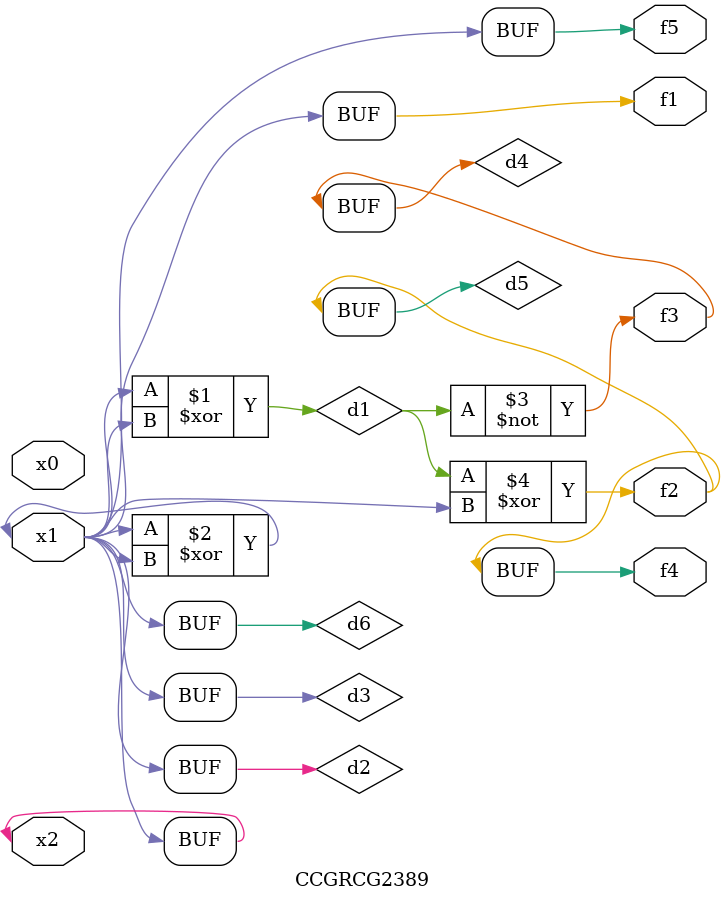
<source format=v>
module CCGRCG2389(
	input x0, x1, x2,
	output f1, f2, f3, f4, f5
);

	wire d1, d2, d3, d4, d5, d6;

	xor (d1, x1, x2);
	buf (d2, x1, x2);
	xor (d3, x1, x2);
	nor (d4, d1);
	xor (d5, d1, d2);
	buf (d6, d2, d3);
	assign f1 = d6;
	assign f2 = d5;
	assign f3 = d4;
	assign f4 = d5;
	assign f5 = d6;
endmodule

</source>
